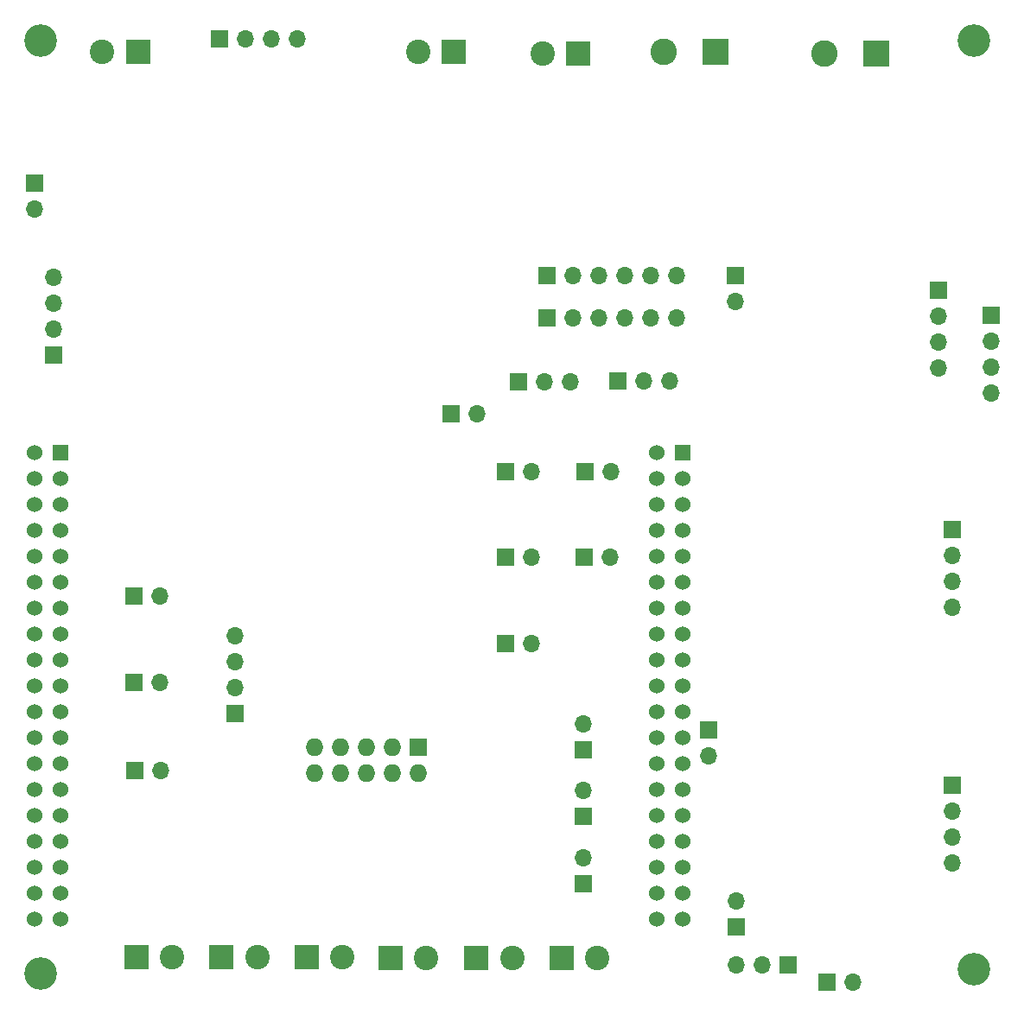
<source format=gbs>
%TF.GenerationSoftware,KiCad,Pcbnew,5.0.0-rc3-unknown-eaf938c~65~ubuntu18.04.1*%
%TF.CreationDate,2018-07-13T03:52:38-07:00*%
%TF.ProjectId,PrntrBoardV1,50726E7472426F61726456312E6B6963,rev?*%
%TF.SameCoordinates,Original*%
%TF.FileFunction,Soldermask,Bot*%
%TF.FilePolarity,Negative*%
%FSLAX46Y46*%
G04 Gerber Fmt 4.6, Leading zero omitted, Abs format (unit mm)*
G04 Created by KiCad (PCBNEW 5.0.0-rc3-unknown-eaf938c~65~ubuntu18.04.1) date Fri Jul 13 03:52:38 2018*
%MOMM*%
%LPD*%
G01*
G04 APERTURE LIST*
%ADD10O,1.700000X1.700000*%
%ADD11R,1.700000X1.700000*%
%ADD12C,1.524000*%
%ADD13R,1.524000X1.524000*%
%ADD14O,1.727200X1.727200*%
%ADD15R,1.727200X1.727200*%
%ADD16C,3.200000*%
%ADD17R,2.600000X2.600000*%
%ADD18C,2.600000*%
%ADD19R,2.400000X2.400000*%
%ADD20C,2.400000*%
G04 APERTURE END LIST*
D10*
X91650000Y-48550000D03*
D11*
X91650000Y-46010000D03*
D10*
X103100000Y-115300000D03*
D11*
X100560000Y-115300000D03*
D10*
X91700000Y-107360000D03*
D11*
X91700000Y-109900000D03*
D10*
X22950000Y-39500000D03*
D11*
X22950000Y-36960000D03*
D12*
X83920000Y-63430000D03*
X83920000Y-65970000D03*
X83920000Y-68510000D03*
X83920000Y-71050000D03*
X83920000Y-73590000D03*
X83920000Y-76130000D03*
X83920000Y-78670000D03*
X83920000Y-81210000D03*
X83920000Y-83750000D03*
X83920000Y-86290000D03*
X83920000Y-88830000D03*
X83920000Y-91370000D03*
X83920000Y-93910000D03*
X83920000Y-96450000D03*
X83920000Y-98990000D03*
X83920000Y-101530000D03*
X83920000Y-104070000D03*
X83920000Y-106610000D03*
D13*
X86460000Y-63430000D03*
D12*
X86460000Y-65970000D03*
X86460000Y-68510000D03*
X86460000Y-71050000D03*
X86460000Y-73590000D03*
X86460000Y-76130000D03*
X86460000Y-78670000D03*
X86460000Y-81210000D03*
X86460000Y-83750000D03*
X86460000Y-86290000D03*
X86460000Y-88830000D03*
X86460000Y-91370000D03*
X86460000Y-93910000D03*
X86460000Y-96450000D03*
X86460000Y-98990000D03*
X86460000Y-101530000D03*
X86460000Y-104070000D03*
X86460000Y-106610000D03*
D13*
X25500000Y-63430000D03*
D12*
X25500000Y-65970000D03*
X25500000Y-68510000D03*
X25500000Y-71050000D03*
X25500000Y-73590000D03*
X25500000Y-76130000D03*
X25500000Y-78670000D03*
X25500000Y-81210000D03*
X25500000Y-83750000D03*
X25500000Y-86290000D03*
X25500000Y-88830000D03*
X25500000Y-91370000D03*
X25500000Y-93910000D03*
X25500000Y-96450000D03*
X25500000Y-98990000D03*
X25500000Y-101530000D03*
X25500000Y-104070000D03*
X25500000Y-106610000D03*
X22960000Y-63430000D03*
X22960000Y-65970000D03*
X22960000Y-68510000D03*
X22960000Y-71050000D03*
X22960000Y-73590000D03*
X22960000Y-76130000D03*
X22960000Y-78670000D03*
X22960000Y-81210000D03*
X22960000Y-83750000D03*
X22960000Y-86290000D03*
X22960000Y-88830000D03*
X22960000Y-91370000D03*
X22960000Y-93910000D03*
X22960000Y-96450000D03*
X22960000Y-98990000D03*
X22960000Y-101530000D03*
X22960000Y-104070000D03*
X22960000Y-106610000D03*
X25500000Y-109150000D03*
X22960000Y-109150000D03*
X83920000Y-109150000D03*
X86460000Y-109150000D03*
D10*
X75488800Y-56464200D03*
X72948800Y-56464200D03*
D11*
X70408800Y-56464200D03*
D10*
X85191600Y-56413400D03*
X82651600Y-56413400D03*
D11*
X80111600Y-56413400D03*
D10*
X85902800Y-50215800D03*
X83362800Y-50215800D03*
X80822800Y-50215800D03*
X78282800Y-50215800D03*
X75742800Y-50215800D03*
D11*
X73202800Y-50215800D03*
D10*
X85852000Y-46075600D03*
X83312000Y-46075600D03*
X80772000Y-46075600D03*
X78232000Y-46075600D03*
X75692000Y-46075600D03*
D11*
X73152000Y-46075600D03*
D14*
X50393600Y-94792800D03*
X50393600Y-92252800D03*
X52933600Y-94792800D03*
X52933600Y-92252800D03*
X55473600Y-94792800D03*
X55473600Y-92252800D03*
X58013600Y-94792800D03*
X58013600Y-92252800D03*
X60553600Y-94792800D03*
D15*
X60553600Y-92252800D03*
D10*
X66300000Y-59550000D03*
D11*
X63760000Y-59550000D03*
D10*
X89000000Y-93150000D03*
D11*
X89000000Y-90610000D03*
D16*
X23558500Y-114427000D03*
D17*
X105435400Y-24307800D03*
D18*
X100355400Y-24307800D03*
D17*
X89649300Y-24130000D03*
D18*
X84569300Y-24130000D03*
D19*
X64033400Y-24155400D03*
D20*
X60533400Y-24155400D03*
D19*
X76238100Y-24307800D03*
D20*
X72738100Y-24307800D03*
D19*
X32904600Y-112877600D03*
D20*
X36404600Y-112877600D03*
D19*
X66235500Y-112889500D03*
D20*
X69735500Y-112889500D03*
D19*
X74561500Y-112889500D03*
D20*
X78061500Y-112889500D03*
D19*
X57823600Y-112889500D03*
D20*
X61323600Y-112889500D03*
D19*
X41272699Y-112880900D03*
D20*
X44772699Y-112880900D03*
D19*
X33100000Y-24130000D03*
D20*
X29600000Y-24130000D03*
D19*
X49605100Y-112877600D03*
D20*
X53105100Y-112877600D03*
D10*
X71641000Y-73658500D03*
D11*
X69101000Y-73658500D03*
D10*
X71653700Y-82078600D03*
D11*
X69113700Y-82078600D03*
D10*
X76696400Y-96511800D03*
D11*
X76696400Y-99051800D03*
D10*
X76696400Y-103090400D03*
D11*
X76696400Y-105630400D03*
D10*
X79375300Y-73683900D03*
D11*
X76835300Y-73683900D03*
D10*
X71641000Y-65276500D03*
D11*
X69101000Y-65276500D03*
D10*
X35217600Y-85944600D03*
D11*
X32677600Y-85944600D03*
D10*
X79413400Y-65276500D03*
D11*
X76873400Y-65276500D03*
D10*
X76721800Y-89971300D03*
D11*
X76721800Y-92511300D03*
D10*
X35255700Y-77422900D03*
D11*
X32715700Y-77422900D03*
D10*
X35331900Y-94529800D03*
D11*
X32791900Y-94529800D03*
D10*
X91694000Y-113601500D03*
X94234000Y-113601500D03*
D11*
X96774000Y-113601500D03*
D10*
X112877600Y-78536800D03*
X112877600Y-75996800D03*
X112877600Y-73456800D03*
D11*
X112877600Y-70916800D03*
D10*
X111500000Y-55140000D03*
X111500000Y-52600000D03*
X111500000Y-50060000D03*
D11*
X111500000Y-47520000D03*
D10*
X116700000Y-57590000D03*
X116700000Y-55050000D03*
X116700000Y-52510000D03*
D11*
X116700000Y-49970000D03*
D10*
X112877600Y-103581200D03*
X112877600Y-101041200D03*
X112877600Y-98501200D03*
D11*
X112877600Y-95961200D03*
D10*
X24844800Y-46181600D03*
X24844800Y-48721600D03*
X24844800Y-51261600D03*
D11*
X24844800Y-53801600D03*
D10*
X42600000Y-81330000D03*
X42600000Y-83870000D03*
X42600000Y-86410000D03*
D11*
X42600000Y-88950000D03*
D10*
X48696800Y-22832000D03*
X46156800Y-22832000D03*
X43616800Y-22832000D03*
D11*
X41076800Y-22832000D03*
D16*
X115000000Y-23000000D03*
X23558500Y-23000000D03*
X115000000Y-114000000D03*
M02*

</source>
